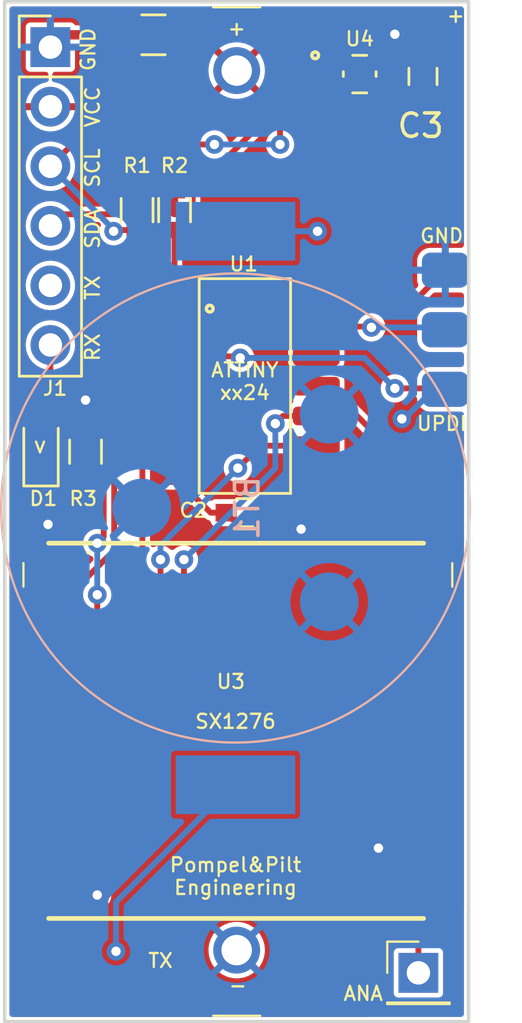
<source format=kicad_pcb>
(kicad_pcb (version 20211014) (generator pcbnew)
  (layers (0 "F.Cu" signal) (31 "B.Cu" signal) (37 "F.SilkS" user "F.Silkscreen") (38 "B.Mask" user) (39 "F.Mask" user) (44 "Edge.Cuts" user))
  (net 0 "")
  (net 1 "/RSTL")
  (net 2 "/SS")
  (net 3 "/SCK")
  (net 4 "/MOSI")
  (net 5 "/MISO")
  (net 6 "/REC_INT")
  (net 7 "GND")
  (net 8 "VCC")
  (net 9 "/INT1")
  (net 10 "/SDA")
  (net 11 "/SCL")
  (net 12 "Net-(D1-Pad1)")
  (net 13 "/ANA")
  (net 14 "/TXD")
  (net 15 "/RXD")
  (net 20 "/UPDI")
  (net 21 "/TX")
  (net 22 "/RX")
  (footprint "LED_SMD:LED_0603_1608Metric_Pad1.05x0.95mm_HandSolder" (layer "F.Cu") (at 100.1 58.1 90)
    (fp_text reference "D1" (at -2.2 0.1) (layer "F.SilkS") (effects (font (size 0.6 0.6) (thickness 0.1))))
    (fp_text value "LED")
    (fp_line (start 0.8 -0.735) (end -1.66 -0.735) (layer "F.SilkS") (width 0.12))
    (fp_line (start -1.66 0.735) (end 0.8 0.735) (layer "F.SilkS") (width 0.12))
    (fp_line (start -1.66 -0.735) (end -1.66 0.735) (layer "F.SilkS") (width 0.12))
    (pad "1" smd roundrect (at -0.875 0 90) (size 1.05 0.95) (layers "F.Cu" "F.Paste" "F.Mask") (net 12 "Net-(D1-Pad1)"))
    (pad "2" smd roundrect (at 0.875 0 90) (size 1.05 0.95) (layers "F.Cu" "F.Paste" "F.Mask") (net 22 "/RX"))
  )
  (footprint "Pin_Headers:Pin_Header_Straight_1x01_Pitch2.54mm" (layer "F.Cu") (at 116.205 80.518)
    (fp_text reference "AE1" hide)
    (fp_text value "Antenna")
    (fp_line (start 1.33 1.27) (end 1.33 1.33) (layer "F.SilkS") (width 0.1))
    (fp_line (start -1.33 -1.33) (end 0 -1.33) (layer "F.SilkS") (width 0.1))
    (fp_line (start -1.33 1.27) (end 1.33 1.27) (layer "F.SilkS") (width 0.1))
    (fp_line (start -1.33 0) (end -1.33 -1.33) (layer "F.SilkS") (width 0.1))
    (fp_line (start -1.33 1.27) (end -1.33 1.33) (layer "F.SilkS") (width 0.1))
    (fp_line (start -1.33 1.33) (end 1.33 1.33) (layer "F.SilkS") (width 0.1))
    (pad "1" thru_hole rect locked (at 0 0) (size 1.7 1.7) (drill 1) (layers *.Cu *.Mask) (net 13 "/ANA"))
  )
  (footprint "halib:EdgePads_FB_2x03" (layer "F.Cu") (at 120.399 53.1 90)
    (fp_text reference "J2" hide)
    (fp_text value "Conn_02x03_Top_Bottom")
    (pad "1" connect roundrect locked (at -2.54 -3.048 90) (size 1.5 2) (layers "F.Cu" "F.Mask") (net 20 "/UPDI"))
    (pad "2" connect roundrect locked (at 0 -3.048 90) (size 1.5 2) (layers "F.Cu" "F.Mask"))
    (pad "3" connect roundrect locked (at 2.54 -3.048 90) (size 1.5 2) (layers "F.Cu" "F.Mask") (net 14 "/TXD"))
    (pad "4" connect roundrect locked (at -2.54 -3.048 90) (size 1.5 2) (layers "B.Cu" "B.Mask") (net 8 "VCC"))
    (pad "5" connect roundrect locked (at 0 -3.048 90) (size 1.5 2) (layers "B.Cu" "B.Mask") (net 15 "/RXD"))
    (pad "6" connect roundrect locked (at 2.54 -3.048 90) (size 1.5 2) (layers "B.Cu" "B.Mask") (net 7 "GND"))
  )
  (footprint "halib:1276Module2mm" (layer "F.Cu") (at 106.426 76.2)
    (fp_text reference "U3" (at 1.774 -8.1) (layer "F.SilkS") (effects (font (size 0.6 0.6) (thickness 0.1))))
    (fp_text value "1276Module")
    (fp_line (start 10 2) (end -6 2) (layer "F.SilkS") (width 0.2))
    (fp_line (start -6 -14) (end 10 -14) (layer "F.SilkS") (width 0.2))
    (pad "1" smd roundrect (at 10 -1) (size 2 1) (layers "F.Cu" "F.Paste" "F.Mask") (net 7 "GND"))
    (pad "1" smd roundrect (at -6 1) (size 2 1) (layers "F.Cu" "F.Paste" "F.Mask") (net 7 "GND"))
    (pad "1" smd roundrect (at -6 -13) (size 2 1) (layers "F.Cu" "F.Paste" "F.Mask") (net 7 "GND"))
    (pad "2" smd roundrect (at -6 -11) (size 2 1) (layers "F.Cu" "F.Paste" "F.Mask") (net 5 "/MISO"))
    (pad "3" smd roundrect (at -6 -9) (size 2 1) (layers "F.Cu" "F.Paste" "F.Mask") (net 4 "/MOSI"))
    (pad "4" smd roundrect (at -6 -7) (size 2 1) (layers "F.Cu" "F.Paste" "F.Mask") (net 3 "/SCK"))
    (pad "5" smd roundrect (at -6 -5) (size 2 1) (layers "F.Cu" "F.Paste" "F.Mask") (net 2 "/SS"))
    (pad "6" smd roundrect (at -6 -3) (size 2 1) (layers "F.Cu" "F.Paste" "F.Mask") (net 1 "/RSTL"))
    (pad "7" smd roundrect (at 10 -9) (size 2 1) (layers "F.Cu" "F.Paste" "F.Mask") (net 6 "/REC_INT"))
    (pad "8" smd roundrect (at 10 -11) (size 2 1) (layers "F.Cu" "F.Paste" "F.Mask"))
    (pad "9" smd roundrect (at 10 -13) (size 2 1) (layers "F.Cu" "F.Paste" "F.Mask"))
    (pad "10" smd roundrect (at 10 -3) (size 2 1) (layers "F.Cu" "F.Paste" "F.Mask"))
    (pad "11" smd roundrect (at 10 -5) (size 2 1) (layers "F.Cu" "F.Paste" "F.Mask"))
    (pad "12" smd roundrect (at -6 -1) (size 2 1) (layers "F.Cu" "F.Paste" "F.Mask"))
    (pad "13" smd roundrect (at 10 1) (size 2 1) (layers "F.Cu" "F.Paste" "F.Mask") (net 13 "/ANA"))
    (pad "14" smd roundrect (at 10 -7) (size 2 1) (layers "F.Cu" "F.Paste" "F.Mask") (net 8 "VCC"))
  )
  (footprint "halib:CR123Holder" (layer "F.Cu") (at 108.45 42.05 -90)
    (fp_text reference "BT2" hide)
    (fp_text value "CR123")
    (fp_line (start 21 9.1) (end 22 9.1) (layer "F.SilkS") (width 0.1))
    (fp_line (start 21 -9.2) (end 22 -9.2) (layer "F.SilkS") (width 0.1))
    (fp_line (start 40.3 -1) (end 40.3 1) (layer "F.SilkS") (width 0.1))
    (fp_line (start -2.7 -1) (end -2.7 1) (layer "F.SilkS") (width 0.1))
    (pad "1" thru_hole circle locked (at 0 0 270) (size 2 2) (drill 1.3) (layers *.Cu *.Mask) (net 8 "VCC"))
    (pad "2" thru_hole circle locked (at 37.5 0 270) (size 2 2) (drill 1.3) (layers *.Cu *.Mask) (net 7 "GND"))
  )
  (footprint "halib:C_0603_Compact_hand" (layer "F.Cu") (at 108.8 60.9 180)
    (fp_text reference "C2" (at 2.2 0.1) (layer "F.SilkS") (effects (font (size 0.6 0.6) (thickness 0.1))))
    (fp_text value "100n")
    (fp_line (start 0.35 0.6) (end -0.35 0.6) (layer "F.SilkS") (width 0.12))
    (fp_line (start -0.35 -0.6) (end 0.35 -0.6) (layer "F.SilkS") (width 0.12))
    (pad "1" smd rect locked (at -0.8 0 180) (size 0.9 0.75) (layers "F.Cu" "F.Paste" "F.Mask") (net 8 "VCC"))
    (pad "2" smd rect locked (at 0.8 0 180) (size 0.9 0.75) (layers "F.Cu" "F.Paste" "F.Mask") (net 7 "GND"))
  )
  (footprint "halib:R_0603_Compact_hand" (layer "F.Cu") (at 102 58.3 90)
    (fp_text reference "R3" (at -2 -0.1 180) (layer "F.SilkS") (effects (font (size 0.6 0.6) (thickness 0.1))))
    (fp_text value "R400")
    (fp_line (start -0.5 -0.68) (end 0.5 -0.68) (layer "F.SilkS") (width 0.12))
    (fp_line (start 0.5 0.68) (end -0.5 0.68) (layer "F.SilkS") (width 0.12))
    (pad "1" smd rect locked (at -0.85 0 90) (size 0.7 0.9) (layers "F.Cu" "F.Paste" "F.Mask") (net 12 "Net-(D1-Pad1)"))
    (pad "2" smd rect locked (at 0.85 0 90) (size 0.7 0.9) (layers "F.Cu" "F.Paste" "F.Mask") (net 7 "GND"))
  )
  (footprint "halib:R_0603_Compact_hand" (layer "F.Cu") (at 104.2 48 -90)
    (fp_text reference "R1" (at -1.9 0) (layer "F.SilkS") (effects (font (size 0.6 0.6) (thickness 0.1))))
    (fp_text value "4k7")
    (fp_line (start 0.5 0.68) (end -0.5 0.68) (layer "F.SilkS") (width 0.12))
    (fp_line (start -0.5 -0.68) (end 0.5 -0.68) (layer "F.SilkS") (width 0.12))
    (pad "1" smd rect locked (at -0.85 0 270) (size 0.7 0.9) (layers "F.Cu" "F.Paste" "F.Mask") (net 8 "VCC"))
    (pad "2" smd rect locked (at 0.85 0 270) (size 0.7 0.9) (layers "F.Cu" "F.Paste" "F.Mask") (net 11 "/SCL"))
  )
  (footprint "halib:R_0603_Compact_hand" (layer "F.Cu") (at 105.8 48 -90)
    (fp_text reference "R2" (at -1.9 0) (layer "F.SilkS") (effects (font (size 0.6 0.6) (thickness 0.1))))
    (fp_text value "4k7")
    (fp_line (start -0.5 -0.68) (end 0.5 -0.68) (layer "F.SilkS") (width 0.12))
    (fp_line (start 0.5 0.68) (end -0.5 0.68) (layer "F.SilkS") (width 0.12))
    (pad "1" smd rect locked (at -0.85 0 270) (size 0.7 0.9) (layers "F.Cu" "F.Paste" "F.Mask") (net 8 "VCC"))
    (pad "2" smd rect locked (at 0.85 0 270) (size 0.7 0.9) (layers "F.Cu" "F.Paste" "F.Mask") (net 10 "/SDA"))
  )
  (footprint "Capacitors_SMD:C_0805_HandSoldering" (layer "F.Cu") (at 104.9 40.525 180)
    (fp_text reference "C1" hide)
    (fp_text value "10uF")
    (fp_line (start 0.5 -0.85) (end -0.5 -0.85) (layer "F.SilkS") (width 0.12))
    (fp_line (start -0.5 0.85) (end 0.5 0.85) (layer "F.SilkS") (width 0.12))
    (pad "1" smd rect locked (at -1.25 0 180) (size 1.5 1.25) (layers "F.Cu" "F.Paste" "F.Mask") (net 8 "VCC"))
    (pad "2" smd rect locked (at 1.25 0 180) (size 1.5 1.25) (layers "F.Cu" "F.Paste" "F.Mask") (net 7 "GND"))
  )
  (footprint "halib:AttinySop14" (layer "F.Cu") (at 108.8 55.5 180)
    (fp_text reference "U1" (at 0.05 5.2 unlocked) (layer "F.SilkS") (effects (font (size 0.6 0.6) (thickness 0.1))))
    (fp_text value "AttinyX24")
    (fp_rect (start -1.95 -4.577) (end 1.95 4.577) (layer "F.SilkS") (width 0.12) (fill none))
    (pad "1" smd roundrect (at -3.048 -3.815 180) (size 2 0.8) (layers "F.Cu" "F.Paste" "F.Mask") (net 8 "VCC"))
    (pad "2" smd roundrect (at -3.048 -2.545 180) (size 2 0.8) (layers "F.Cu" "F.Paste" "F.Mask") (net 2 "/SS"))
    (pad "3" smd roundrect (at -3.048 -1.275 180) (size 2 0.8) (layers "F.Cu" "F.Paste" "F.Mask") (net 1 "/RSTL"))
    (pad "4" smd roundrect (at -3.048 -0.005 180) (size 2 0.8) (layers "F.Cu" "F.Paste" "F.Mask") (net 6 "/REC_INT"))
    (pad "5" smd roundrect (at -3.048 1.265 180) (size 2 0.8) (layers "F.Cu" "F.Paste" "F.Mask") (net 9 "/INT1"))
    (pad "6" smd roundrect (at -3.048 2.535 180) (size 2 0.8) (layers "F.Cu" "F.Paste" "F.Mask") (net 15 "/RXD"))
    (pad "7" smd roundrect (at -3.048 3.805 180) (size 2 0.8) (layers "F.Cu" "F.Paste" "F.Mask") (net 14 "/TXD"))
    (pad "8" smd roundrect (at 3.048 3.805 180) (size 2 0.8) (layers "F.Cu" "F.Paste" "F.Mask") (net 10 "/SDA"))
    (pad "9" smd roundrect (at 3.048 2.535 180) (size 2 0.8) (layers "F.Cu" "F.Paste" "F.Mask") (net 11 "/SCL"))
    (pad "10" smd roundrect (at 3.048 1.265 180) (size 2 0.8) (layers "F.Cu" "F.Paste" "F.Mask") (net 20 "/UPDI"))
    (pad "11" smd roundrect (at 3.048 -0.005 180) (size 2 0.8) (layers "F.Cu" "F.Paste" "F.Mask") (net 4 "/MOSI"))
    (pad "12" smd roundrect (at 3.048 -1.275 180) (size 2 0.8) (layers "F.Cu" "F.Paste" "F.Mask") (net 5 "/MISO"))
    (pad "13" smd roundrect (at 3.048 -2.545 180) (size 2 0.8) (layers "F.Cu" "F.Paste" "F.Mask") (net 3 "/SCK"))
    (pad "14" smd roundrect (at 3.048 -3.815 180) (size 2 0.8) (layers "F.Cu" "F.Paste" "F.Mask") (net 7 "GND"))
  )
  (footprint "halib:C_0603_Compact_hand" (layer "F.Cu") (at 116.4 42.3 90)
    (fp_text reference "C3" (at -2.1 -0.1 180) (layer "F.SilkS"))
    (fp_text value "100n")
    (fp_line (start -0.35 -0.6) (end 0.35 -0.6) (layer "F.SilkS") (width 0.12))
    (fp_line (start 0.35 0.6) (end -0.35 0.6) (layer "F.SilkS") (width 0.12))
    (pad "1" smd rect locked (at -0.8 0 90) (size 0.9 0.75) (layers "F.Cu" "F.Paste" "F.Mask") (net 8 "VCC"))
    (pad "2" smd rect locked (at 0.8 0 90) (size 0.9 0.75) (layers "F.Cu" "F.Paste" "F.Mask") (net 7 "GND"))
  )
  (footprint "Connector_PinHeader_2.54mm:PinHeader_1x06_P2.54mm_Vertical" (layer "F.Cu") (at 100.5 41.05)
    (fp_text reference "J1" (at 0.2 14.55) (layer "F.SilkS") (effects (font (size 0.6 0.6) (thickness 0.1))))
    (fp_text value "Conn_01x06")
    (fp_line (start -1.33 -1.33) (end 0 -1.33) (layer "F.SilkS") (width 0.12))
    (fp_line (start -1.33 14.03) (end 1.33 14.03) (layer "F.SilkS") (width 0.12))
    (fp_line (start -1.33 1.27) (end -1.33 14.03) (layer "F.SilkS") (width 0.12))
    (fp_line (start -1.33 1.27) (end 1.33 1.27) (layer "F.SilkS") (width 0.12))
    (fp_line (start 1.33 1.27) (end 1.33 14.03) (layer "F.SilkS") (width 0.12))
    (fp_line (start -1.33 0) (end -1.33 -1.33) (layer "F.SilkS") (width 0.12))
    (pad "1" thru_hole rect locked (at 0 0) (size 1.7 1.7) (drill 1) (layers *.Cu *.Mask) (net 7 "GND"))
    (pad "2" thru_hole oval locked (at 0 2.54) (size 1.7 1.7) (drill 1) (layers *.Cu *.Mask) (net 8 "VCC"))
    (pad "3" thru_hole oval locked (at 0 5.08) (size 1.7 1.7) (drill 1) (layers *.Cu *.Mask) (net 11 "/SCL"))
    (pad "4" thru_hole oval locked (at 0 7.62) (size 1.7 1.7) (drill 1) (layers *.Cu *.Mask) (net 10 "/SDA"))
    (pad "5" thru_hole oval locked (at 0 10.16) (size 1.7 1.7) (drill 1) (layers *.Cu *.Mask) (net 21 "/TX"))
    (pad "6" thru_hole oval locked (at 0 12.7) (size 1.7 1.7) (drill 1) (layers *.Cu *.Mask) (net 22 "/RX"))
  )
  (footprint "halib:SHT4x" (layer "F.Cu") (at 113.7 42.2)
    (fp_text reference "U4" (at 0 -1.5 unlocked) (layer "F.SilkS") (effects (font (size 0.6 0.6) (thickness 0.1))))
    (fp_text value "SHT4x")
    (fp_line (start -0.3 -0.8) (end 0.3 -0.8) (layer "F.SilkS") (width 0.12))
    (fp_line (start -0.7 -0.1) (end -0.7 0.1) (layer "F.SilkS") (width 0.12))
    (fp_line (start -0.3 0.8) (end 0.3 0.8) (layer "F.SilkS") (width 0.12))
    (fp_line (start 0.7 -0.1) (end 0.7 0.1) (layer "F.SilkS") (width 0.12))
    (pad "1" smd rect (at -0.9 -0.4) (size 1.1 0.3) (layers "F.Cu" "F.Paste" "F.Mask") (net 10 "/SDA"))
    (pad "2" smd rect (at -0.9 0.4) (size 1.1 0.3) (layers "F.Cu" "F.Paste" "F.Mask") (net 11 "/SCL"))
    (pad "3" smd rect (at 0.9 0.4) (size 1.1 0.3) (layers "F.Cu" "F.Paste" "F.Mask") (net 8 "VCC"))
    (pad "4" smd rect (at 0.9 -0.4) (size 1.1 0.3) (layers "F.Cu" "F.Paste" "F.Mask") (net 7 "GND"))
  )
  (footprint "halib:2032-SMD_COMPACT" (layer "B.Cu") (at 108.4 60.7 -90)
    (fp_text reference "BT1" (at 0 -0.5 90) (layer "B.SilkS") (effects (justify mirror)))
    (fp_text value "CR2032")
    (fp_circle (center 0 0) (end 10 0) (layer "B.SilkS") (width 0.1) (fill none))
    (pad "1" smd rect locked (at 11.8 0 270) (size 2.5 5.1) (layers "B.Cu" "B.Paste" "B.Mask") (net 8 "VCC"))
    (pad "1" smd rect locked (at -11.8 0 270) (size 2.5 5.1) (layers "B.Cu" "B.Paste" "B.Mask") (net 8 "VCC"))
    (pad "2" smd circle locked (at -4 -4 270) (size 2.5 2.5) (layers "B.Cu" "B.Paste" "B.Mask") (net 7 "GND"))
    (pad "2" smd circle locked (at 4 -4 270) (size 2.5 2.5) (layers "B.Cu" "B.Paste" "B.Mask") (net 7 "GND"))
    (pad "2" smd circle locked (at 0 4 270) (size 2.5 2.5) (layers "B.Cu" "B.Paste" "B.Mask") (net 7 "GND"))
  )
  (gr_circle (center 111.8 41.4) (end 111.9 41.5) (layer "F.SilkS") (width 0.15) (fill none))
  (gr_circle (center 107.3 52.2) (end 107.4 52.3) (layer "F.SilkS") (width 0.15) (fill none))
  (gr_line (start 98.55 39.116) (end 118.35 39.116) (layer "Edge.Cuts") (width 0.15))
  (gr_line (start 118.35 82.6) (end 98.55 82.6) (layer "Edge.Cuts") (width 0.15))
  (gr_line (start 98.55 82.6) (end 98.55 39.116) (layer "Edge.Cuts") (width 0.15))
  (gr_line (start 118.35 39.116) (end 118.35 82.6) (layer "Edge.Cuts") (width 0.15))
  (gr_text "-" (at 108.5 81.05) (layer "F.SilkS") (effects (font (size 0.6 0.6) (thickness 0.1))))
  (gr_text "." (at 102.1 62.35) (layer "F.SilkS") (effects (font (size 0.6 0.6) (thickness 0.1))))
  (gr_text "VCC" (at 102.3 43.6 90) (layer "F.SilkS") (effects (font (size 0.6 0.6) (thickness 0.1))))
  (gr_text "GND" (at 102.108 41.148 90) (layer "F.SilkS") (effects (font (size 0.6 0.6) (thickness 0.1))))
  (gr_text "RX" (at 102.3 53.848 90) (layer "F.SilkS") (effects (font (size 0.6 0.6) (thickness 0.1))))
  (gr_text "+" (at 117.8 39.7) (layer "F.SilkS") (effects (font (size 0.6 0.6) (thickness 0.1))))
  (gr_text "ATTINY\nxx24" (at 108.8 55.3) (layer "F.SilkS") (effects (font (size 0.6 0.6) (thickness 0.1))))
  (gr_text "+" (at 108.45 40.25) (layer "F.SilkS") (effects (font (size 0.6 0.6) (thickness 0.1))))
  (gr_text ">" (at 100.1 58.1 270) (layer "F.SilkS") (effects (font (size 0.6 0.6) (thickness 0.1))))
  (gr_text "Pompel&Pilt\nEngineering" (at 108.4 76.4) (layer "F.SilkS") (effects (font (size 0.6 0.6) (thickness 0.1))))
  (gr_text "TX" (at 105.2 80) (layer "F.SilkS") (effects (font (size 0.6 0.6) (thickness 0.1))))
  (gr_text "GND" (at 117.2 49.1) (layer "F.SilkS") (effects (font (size 0.6 0.6) (thickness 0.1))))
  (gr_text "ANA" (at 113.85 81.4) (layer "F.SilkS") (effects (font (size 0.6 0.6) (thickness 0.1))))
  (gr_text "TX" (at 102.3 51.308 90) (layer "F.SilkS") (effects (font (size 0.6 0.6) (thickness 0.1))))
  (gr_text "SDA" (at 102.3 48.8 90) (layer "F.SilkS") (effects (font (size 0.6 0.6) (thickness 0.1))))
  (gr_text "UPDI" (at 117.2 57.1) (layer "F.SilkS") (effects (font (size 0.6 0.6) (thickness 0.1))))
  (gr_text "SCL" (at 102.3 46.2 90) (layer "F.SilkS") (effects (font (size 0.6 0.6) (thickness 0.1))))
  (gr_text "SX1276" (at 108.4 69.8) (layer "F.SilkS") (effects (font (size 0.6 0.6) (thickness 0.1))))
  (segment (start 110.425 56.775) (end 110.1 57.1) (width 0.25) (layer "F.Cu") (net 1))
  (segment (start 111.848 56.775) (end 110.425 56.775) (width 0.25) (layer "F.Cu") (net 1))
  (segment (start 106.2 62.9) (end 106.2 67.426) (width 0.25) (layer "F.Cu") (net 1))
  (segment (start 106.2 67.426) (end 100.426 73.2) (width 0.25) (layer "F.Cu") (net 1))
  (via (at 106.2 62.9) (size 0.8) (drill 0.4) (layers "F.Cu" "B.Cu") (net 1))
  (via (at 110.1 57.1) (size 0.8) (drill 0.4) (layers "F.Cu" "B.Cu") (net 1))
  (segment (start 110.1 57.1) (end 110.1 59) (width 0.25) (layer "B.Cu") (net 1))
  (segment (start 110.1 59) (end 106.2 62.9) (width 0.25) (layer "B.Cu") (net 1))
  (segment (start 109.455 58.045) (end 108.5 59) (width 0.25) (layer "F.Cu") (net 2))
  (segment (start 105.2 66.426) (end 100.426 71.2) (width 0.25) (layer "F.Cu") (net 2))
  (segment (start 111.848 58.045) (end 109.455 58.045) (width 0.25) (layer "F.Cu") (net 2))
  (segment (start 105.2 62.9) (end 105.2 66.426) (width 0.25) (layer "F.Cu") (net 2))
  (via (at 105.2 62.9) (size 0.8) (drill 0.4) (layers "F.Cu" "B.Cu") (net 2))
  (via (at 108.5 59) (size 0.8) (drill 0.4) (layers "F.Cu" "B.Cu") (net 2))
  (segment (start 108.5 59) (end 105.2 62.3) (width 0.25) (layer "B.Cu") (net 2))
  (segment (start 105.2 62.3) (end 105.2 62.9) (width 0.25) (layer "B.Cu") (net 2))
  (segment (start 105.280217 58.045) (end 104.42748 58.897737) (width 0.25) (layer "F.Cu") (net 3))
  (segment (start 105.752 58.045) (end 105.280217 58.045) (width 0.25) (layer "F.Cu") (net 3))
  (segment (start 104.42748 58.897737) (end 104.42748 65.19852) (width 0.25) (layer "F.Cu") (net 3))
  (segment (start 104.42748 65.19852) (end 100.426 69.2) (width 0.25) (layer "F.Cu") (net 3))
  (segment (start 102.774511 58.010706) (end 102.774511 61.925489) (width 0.25) (layer "F.Cu") (net 4))
  (segment (start 102.5 65.126) (end 100.426 67.2) (width 0.25) (layer "F.Cu") (net 4))
  (segment (start 102.774511 61.925489) (end 102.5 62.2) (width 0.25) (layer "F.Cu") (net 4))
  (segment (start 105.752 55.505) (end 105.280217 55.505) (width 0.25) (layer "F.Cu") (net 4))
  (segment (start 105.280217 55.505) (end 102.774511 58.010706) (width 0.25) (layer "F.Cu") (net 4))
  (segment (start 102.5 64.4) (end 102.5 65.126) (width 0.25) (layer "F.Cu") (net 4))
  (via (at 102.5 64.4) (size 0.8) (drill 0.4) (layers "F.Cu" "B.Cu") (net 4))
  (via (at 102.5 62.2) (size 0.8) (drill 0.4) (layers "F.Cu" "B.Cu") (net 4))
  (segment (start 102.5 62.2) (end 102.5 64.4) (width 0.25) (layer "B.Cu") (net 4))
  (segment (start 105.280217 56.775) (end 103.224501 58.830716) (width 0.25) (layer "F.Cu") (net 5))
  (segment (start 105.752 56.775) (end 105.280217 56.775) (width 0.25) (layer "F.Cu") (net 5))
  (segment (start 103.224501 58.830716) (end 103.224501 62.500099) (width 0.25) (layer "F.Cu") (net 5))
  (segment (start 103.224501 62.500099) (end 100.5246 65.2) (width 0.25) (layer "F.Cu") (net 5))
  (segment (start 100.5246 65.2) (end 100.426 65.2) (width 0.25) (layer "F.Cu") (net 5))
  (segment (start 115.10148 65.87548) (end 116.426 67.2) (width 0.25) (layer "F.Cu") (net 6))
  (segment (start 112.319783 55.505) (end 115.10148 58.286697) (width 0.25) (layer "F.Cu") (net 6))
  (segment (start 111.848 55.505) (end 112.319783 55.505) (width 0.25) (layer "F.Cu") (net 6))
  (segment (start 115.10148 58.286697) (end 115.10148 65.87548) (width 0.25) (layer "F.Cu") (net 6))
  (segment (start 100.426 61.426) (end 100.4 61.4) (width 0.25) (layer "F.Cu") (net 7))
  (segment (start 116.2 41.5) (end 115.2 40.5) (width 0.25) (layer "F.Cu") (net 7))
  (segment (start 108 60.9) (end 108.7 61.6) (width 0.25) (layer "F.Cu") (net 7))
  (segment (start 101.025 40.525) (end 100.5 41.05) (width 0.25) (layer "F.Cu") (net 7))
  (segment (start 114.6 41.8) (end 116.1 41.8) (width 0.25) (layer "F.Cu") (net 7))
  (segment (start 107.337 60.9) (end 105.752 59.315) (width 0.25) (layer "F.Cu") (net 7))
  (segment (start 116.4 41.5) (end 116.2 41.5) (width 0.25) (layer "F.Cu") (net 7))
  (segment (start 103.65 40.525) (end 101.025 40.525) (width 0.4) (layer "F.Cu") (net 7))
  (segment (start 116.1 41.8) (end 116.4 41.5) (width 0.25) (layer "F.Cu") (net 7))
  (segment (start 102 57.45) (end 102 56.1) (width 0.25) (layer "F.Cu") (net 7))
  (segment (start 108 60.9) (end 107.337 60.9) (width 0.25) (layer "F.Cu") (net 7))
  (segment (start 116.426 75.2) (end 114.5 75.2) (width 0.25) (layer "F.Cu") (net 7))
  (segment (start 100.426 63.2) (end 100.426 61.426) (width 0.25) (layer "F.Cu") (net 7))
  (segment (start 100.426 77.2) (end 102.5 77.2) (width 0.25) (layer "F.Cu") (net 7))
  (segment (start 108.7 61.6) (end 111.2 61.6) (width 0.25) (layer "F.Cu") (net 7))
  (via (at 102.5 77.2) (size 0.8) (drill 0.4) (layers "F.Cu" "B.Cu") (net 7))
  (via (at 102 56.1) (size 0.8) (drill 0.4) (layers "F.Cu" "B.Cu") (net 7))
  (via (at 114.5 75.2) (size 0.8) (drill 0.4) (layers "F.Cu" "B.Cu") (net 7))
  (via (at 111.2 61.6) (size 0.8) (drill 0.4) (layers "F.Cu" "B.Cu") (net 7))
  (via (at 115.2 40.5) (size 0.8) (drill 0.4) (layers "F.Cu" "B.Cu") (net 7))
  (via (at 100.4 61.4) (size 0.8) (drill 0.4) (layers "F.Cu" "B.Cu") (net 7))
  (segment (start 110.263 60.9) (end 111.848 59.315) (width 0.25) (layer "F.Cu") (net 8))
  (segment (start 115.9 42.6) (end 116.4 43.1) (width 0.25) (layer "F.Cu") (net 8))
  (segment (start 109.6 60.9) (end 110.263 60.9) (width 0.25) (layer "F.Cu") (net 8))
  (segment (start 114.6 42.6) (end 115.9 42.6) (width 0.25) (layer "F.Cu") (net 8))
  (via (at 111.9 48.9) (size 0.8) (drill 0.4) (layers "F.Cu" "B.Cu") (net 8))
  (via (at 115.5 56.9) (size 0.8) (drill 0.4) (layers "F.Cu" "B.Cu") (net 8))
  (via (at 103.3 79.6) (size 0.8) (drill 0.4) (layers "F.Cu" "B.Cu") (net 8))
  (segment (start 116.651 55.849) (end 115.7 56.8) (width 0.25) (layer "B.Cu") (net 8))
  (segment (start 108.3 72.5) (end 103.3 77.5) (width 0.25) (layer "B.Cu") (net 8))
  (segment (start 108.4 48.9) (end 108.9 48.9) (width 0.25) (layer "B.Cu") (net 8))
  (segment (start 108.4 48.9) (end 111.9 48.9) (width 0.25) (layer "B.Cu") (net 8))
  (segment (start 103.3 77.5) (end 103.3 79.6) (width 0.25) (layer "B.Cu") (net 8))
  (segment (start 108.4 72.5) (end 108.3 72.5) (width 0.25) (layer "B.Cu") (net 8))
  (segment (start 108.9 48.9) (end 109 49) (width 0.25) (layer "B.Cu") (net 8))
  (segment (start 105.752 51.695) (end 105.8 51.647) (width 0.25) (layer "F.Cu") (net 10))
  (segment (start 105.125489 48.175489) (end 100.994511 48.175489) (width 0.25) (layer "F.Cu") (net 10))
  (segment (start 112 41.8) (end 112.8 41.8) (width 0.25) (layer "F.Cu") (net 10))
  (segment (start 106.574511 47.225489) (end 112 41.8) (width 0.25) (layer "F.Cu") (net 10))
  (segment (start 105.8 48.85) (end 105.125489 48.175489) (width 0.25) (layer "F.Cu") (net 10))
  (segment (start 105.8 51.647) (end 105.8 48.85) (width 0.25) (layer "F.Cu") (net 10))
  (segment (start 100.994511 48.175489) (end 100.5 48.67) (width 0.25) (layer "F.Cu") (net 10))
  (segment (start 106.574511 48.075489) (end 106.574511 47.225489) (width 0.25) (layer "F.Cu") (net 10))
  (segment (start 105.8 48.85) (end 106.574511 48.075489) (width 0.25) (layer "F.Cu") (net 10))
  (segment (start 100.5 46.13) (end 101.43 45.2) (width 0.25) (layer "F.Cu") (net 11))
  (segment (start 104.2 48.85) (end 103.05 48.85) (width 0.25) (layer "F.Cu") (net 11))
  (segment (start 110.3 45.2) (end 110.3 44.2) (width 0.25) (layer "F.Cu") (net 11))
  (segment (start 110.3 44.2) (end 111.9 42.6) (width 0.25) (layer "F.Cu") (net 11))
  (segment (start 101.43 45.2) (end 107.5 45.2) (width 0.25) (layer "F.Cu") (net 11))
  (segment (start 105.752 52.965) (end 105.280217 52.965) (width 0.25) (layer "F.Cu") (net 11))
  (segment (start 111.9 42.6) (end 112.8 42.6) (width 0.25) (layer "F.Cu") (net 11))
  (segment (start 105.280217 52.965) (end 104.2 51.884783) (width 0.25) (layer "F.Cu") (net 11))
  (segment (start 103.05 48.85) (end 103 48.9) (width 0.25) (layer "F.Cu") (net 11))
  (segment (start 104.2 51.884783) (end 104.2 48.85) (width 0.25) (layer "F.Cu") (net 11))
  (via (at 103.2 48.9) (size 0.8) (drill 0.4) (layers "F.Cu" "B.Cu") (net 11))
  (via (at 107.5 45.2) (size 0.8) (drill 0.4) (layers "F.Cu" "B.Cu") (net 11))
  (via (at 110.3 45.2) (size 0.8) (drill 0.4) (layers "F.Cu" "B.Cu") (net 11))
  (segment (start 107.5 45.2) (end 110.3 45.2) (width 0.25) (layer "B.Cu") (net 11))
  (segment (start 103 48.9) (end 103 48.63) (width 0.25) (layer "B.Cu") (net 11))
  (segment (start 103 48.63) (end 100.5 46.13) (width 0.25) (layer "B.Cu") (net 11))
  (segment (start 100.1 58.975) (end 101.825 58.975) (width 0.25) (layer "F.Cu") (net 12))
  (segment (start 101.825 58.975) (end 102 59.15) (width 0.25) (layer "F.Cu") (net 12))
  (segment (start 116.205 77.421) (end 116.205 80.518) (width 0.25) (layer "F.Cu") (net 13))
  (segment (start 116.426 77.2) (end 116.205 77.421) (width 0.25) (layer "F.Cu") (net 13))
  (segment (start 116.216 51.695) (end 117.351 50.56) (width 0.25) (layer "F.Cu") (net 14))
  (segment (start 111.848 51.695) (end 116.216 51.695) (width 0.25) (layer "F.Cu") (net 14))
  (segment (start 114.165 52.965) (end 114.2 53) (width 0.25) (layer "F.Cu") (net 15))
  (segment (start 111.848 52.965) (end 114.165 52.965) (width 0.25) (layer "F.Cu") (net 15))
  (via (at 114.2 53) (size 0.8) (drill 0.4) (layers "F.Cu" "B.Cu") (net 15))
  (segment (start 117.251 53) (end 117.351 53.1) (width 0.25) (layer "B.Cu") (net 15))
  (segment (start 114.2 53) (end 117.251 53) (width 0.25) (layer "B.Cu") (net 15))
  (segment (start 108.535 54.235) (end 108.6 54.3) (width 0.25) (layer "F.Cu") (net 20))
  (segment (start 115.2 55.6) (end 117.311 55.6) (width 0.25) (layer "F.Cu") (net 20))
  (segment (start 117.311 55.6) (end 117.351 55.64) (width 0.25) (layer "F.Cu") (net 20))
  (segment (start 105.752 54.235) (end 108.535 54.235) (width 0.25) (layer "F.Cu") (net 20))
  (via (at 108.6 54.3) (size 0.8) (drill 0.4) (layers "F.Cu" "B.Cu") (net 20))
  (via (at 115.2 55.6) (size 0.8) (drill 0.4) (layers "F.Cu" "B.Cu") (net 20))
  (segment (start 108.6 54.3) (end 113.9 54.3) (width 0.25) (layer "B.Cu") (net 20))
  (segment (start 113.9 54.3) (end 115.2 55.6) (width 0.25) (layer "B.Cu") (net 20))
  (segment (start 100.5 56.825) (end 100.5 53.75) (width 0.25) (layer "F.Cu") (net 22))
  (segment (start 100.1 57.225) (end 100.5 56.825) (width 0.25) (layer "F.Cu") (net 22))
  (zone (net 8) (net_name "VCC") (layer "F.Cu") (connect_pads (clearance 0.2)) (min_thickness 0.254) (fill yes (thermal_gap 0.4) (thermal_bridge_width 0.3))
    (polygon (pts (xy 98.552 39.116) (xy 118.364 39.116) (xy 118.356 82.55) (xy 98.544 82.55)))
  )
  (zone (net 0) (net_name "") (layer "F.Cu") (connect_pads (clearance 0)) (min_thickness 0.254)
    (keepout (tracks allowed) (vias allowed) (pads allowed) (copperpour not_allowed) (footprints allowed))
    (fill (thermal_gap 0.508) (thermal_bridge_width 0.508))
    (polygon (pts (xy 115.6 43.2) (xy 111.6 43.2) (xy 111.6 41.2) (xy 115.6 41.2)))
  )
  (zone (net 0) (net_name "") (layer "F.Cu") (connect_pads (clearance 0)) (min_thickness 0.254)
    (keepout (tracks allowed) (vias allowed) (pads allowed) (copperpour not_allowed) (footprints allowed))
    (fill (thermal_gap 0.508) (thermal_bridge_width 0.508))
    (polygon (pts (xy 118.2 82.5) (xy 114.2 82.5) (xy 114.2 77.9) (xy 118.2 77.9)))
  )
  (zone (net 7) (net_name "GND") (layer "B.Cu") (connect_pads (clearance 0.2)) (min_thickness 0.254) (fill yes (thermal_gap 0.4) (thermal_bridge_width 0.3))
    (polygon (pts (xy 98.552 39.116) (xy 118.364 39.116) (xy 118.356 82.55) (xy 98.544 82.55)))
  )
)
</source>
